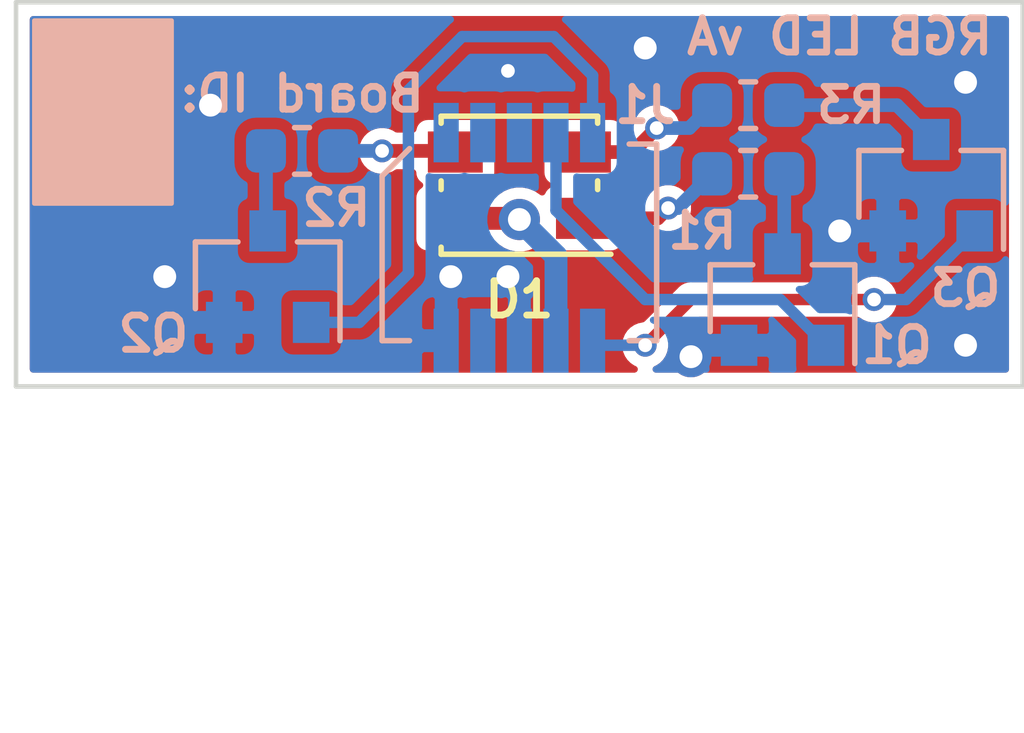
<source format=kicad_pcb>
(kicad_pcb (version 20171130) (host pcbnew "(5.1.7)-1")

  (general
    (thickness 1.6)
    (drawings 4)
    (tracks 54)
    (zones 0)
    (modules 10)
    (nets 12)
  )

  (page A4)
  (title_block
    (title "RGB LED")
    (date 2021-04-10)
    (rev vA)
    (comment 1 "Matthew Jackson")
  )

  (layers
    (0 F.Cu signal)
    (31 B.Cu signal)
    (34 B.Paste user)
    (35 F.Paste user)
    (36 B.SilkS user)
    (37 F.SilkS user)
    (38 B.Mask user)
    (39 F.Mask user)
    (44 Edge.Cuts user)
    (45 Margin user)
    (46 B.CrtYd user hide)
    (47 F.CrtYd user hide)
    (48 B.Fab user hide)
    (49 F.Fab user hide)
  )

  (setup
    (last_trace_width 0.25)
    (user_trace_width 0.3)
    (user_trace_width 0.5)
    (trace_clearance 0.2)
    (zone_clearance 0.508)
    (zone_45_only no)
    (trace_min 0.2)
    (via_size 0.8)
    (via_drill 0.4)
    (via_min_size 0.4)
    (via_min_drill 0.3)
    (user_via 0.5 0.3)
    (user_via 0.9 0.5)
    (uvia_size 0.3)
    (uvia_drill 0.1)
    (uvias_allowed no)
    (uvia_min_size 0.2)
    (uvia_min_drill 0.1)
    (edge_width 0.1)
    (segment_width 0.2)
    (pcb_text_width 0.3)
    (pcb_text_size 1.5 1.5)
    (mod_edge_width 0.15)
    (mod_text_size 1 1)
    (mod_text_width 0.15)
    (pad_size 1.524 1.524)
    (pad_drill 0.762)
    (pad_to_mask_clearance 0)
    (aux_axis_origin 0 0)
    (visible_elements 7FFFFFFF)
    (pcbplotparams
      (layerselection 0x010fc_ffffffff)
      (usegerberextensions true)
      (usegerberattributes true)
      (usegerberadvancedattributes true)
      (creategerberjobfile true)
      (excludeedgelayer true)
      (linewidth 0.100000)
      (plotframeref true)
      (viasonmask false)
      (mode 1)
      (useauxorigin false)
      (hpglpennumber 1)
      (hpglpenspeed 20)
      (hpglpendiameter 15.000000)
      (psnegative false)
      (psa4output false)
      (plotreference true)
      (plotvalue true)
      (plotinvisibletext false)
      (padsonsilk false)
      (subtractmaskfromsilk true)
      (outputformat 4)
      (mirror false)
      (drillshape 2)
      (scaleselection 1)
      (outputdirectory "Outputs/PDF"))
  )

  (net 0 "")
  (net 1 GND)
  (net 2 "Net-(D1-Pad1)")
  (net 3 "Net-(D1-Pad3)")
  (net 4 "Net-(D1-Pad4)")
  (net 5 +3V3)
  (net 6 "/GPIO(CS)")
  (net 7 /ANALOG)
  (net 8 /TIMER)
  (net 9 "Net-(Q1-Pad3)")
  (net 10 "Net-(Q2-Pad3)")
  (net 11 "Net-(Q3-Pad3)")

  (net_class Default "This is the default net class."
    (clearance 0.2)
    (trace_width 0.25)
    (via_dia 0.8)
    (via_drill 0.4)
    (uvia_dia 0.3)
    (uvia_drill 0.1)
    (add_net +3V3)
    (add_net /ANALOG)
    (add_net "/GPIO(CS)")
    (add_net /TIMER)
    (add_net GND)
    (add_net "Net-(D1-Pad1)")
    (add_net "Net-(D1-Pad3)")
    (add_net "Net-(D1-Pad4)")
    (add_net "Net-(Q1-Pad3)")
    (add_net "Net-(Q2-Pad3)")
    (add_net "Net-(Q3-Pad3)")
  )

  (module USER_Resistor_SMD:R_0603_1608Metric (layer B.Cu) (tedit 5B301BBD) (tstamp 60708496)
    (at 155 97.25)
    (descr "Resistor SMD 0603 (1608 Metric), square (rectangular) end terminal, IPC_7351 nominal, (Body size source: http://www.tortai-tech.com/upload/download/2011102023233369053.pdf), generated with kicad-footprint-generator")
    (tags resistor)
    (path /606FFEF7)
    (attr smd)
    (fp_text reference R3 (at 2.25 0) (layer B.SilkS)
      (effects (font (size 0.75 0.75) (thickness 0.15)) (justify mirror))
    )
    (fp_text value 22R (at 0 -1.43) (layer B.Fab)
      (effects (font (size 0.75 0.75) (thickness 0.15)) (justify mirror))
    )
    (fp_line (start 1.48 -0.73) (end -1.48 -0.73) (layer B.CrtYd) (width 0.05))
    (fp_line (start 1.48 0.73) (end 1.48 -0.73) (layer B.CrtYd) (width 0.05))
    (fp_line (start -1.48 0.73) (end 1.48 0.73) (layer B.CrtYd) (width 0.05))
    (fp_line (start -1.48 -0.73) (end -1.48 0.73) (layer B.CrtYd) (width 0.05))
    (fp_line (start -0.162779 -0.51) (end 0.162779 -0.51) (layer B.SilkS) (width 0.12))
    (fp_line (start -0.162779 0.51) (end 0.162779 0.51) (layer B.SilkS) (width 0.12))
    (fp_line (start 0.8 -0.4) (end -0.8 -0.4) (layer B.Fab) (width 0.1))
    (fp_line (start 0.8 0.4) (end 0.8 -0.4) (layer B.Fab) (width 0.1))
    (fp_line (start -0.8 0.4) (end 0.8 0.4) (layer B.Fab) (width 0.1))
    (fp_line (start -0.8 -0.4) (end -0.8 0.4) (layer B.Fab) (width 0.1))
    (fp_text user %R (at 0 0) (layer B.Fab)
      (effects (font (size 0.75 0.75) (thickness 0.15)) (justify mirror))
    )
    (pad 2 smd roundrect (at 0.7875 0) (size 0.875 0.95) (layers B.Cu B.Paste B.Mask) (roundrect_rratio 0.25)
      (net 11 "Net-(Q3-Pad3)"))
    (pad 1 smd roundrect (at -0.7875 0) (size 0.875 0.95) (layers B.Cu B.Paste B.Mask) (roundrect_rratio 0.25)
      (net 4 "Net-(D1-Pad4)"))
    (model ${KISYS3DMOD}/Resistor_SMD.3dshapes/R_0603_1608Metric.wrl
      (at (xyz 0 0 0))
      (scale (xyz 1 1 1))
      (rotate (xyz 0 0 0))
    )
  )

  (module USER_Resistor_SMD:R_0603_1608Metric (layer B.Cu) (tedit 5B301BBD) (tstamp 60708485)
    (at 145.25 98.25 180)
    (descr "Resistor SMD 0603 (1608 Metric), square (rectangular) end terminal, IPC_7351 nominal, (Body size source: http://www.tortai-tech.com/upload/download/2011102023233369053.pdf), generated with kicad-footprint-generator")
    (tags resistor)
    (path /606FDB2E)
    (attr smd)
    (fp_text reference R2 (at -0.75 -1.25) (layer B.SilkS)
      (effects (font (size 0.75 0.75) (thickness 0.15)) (justify mirror))
    )
    (fp_text value 22R (at 0 -1.43) (layer B.Fab)
      (effects (font (size 0.75 0.75) (thickness 0.15)) (justify mirror))
    )
    (fp_line (start 1.48 -0.73) (end -1.48 -0.73) (layer B.CrtYd) (width 0.05))
    (fp_line (start 1.48 0.73) (end 1.48 -0.73) (layer B.CrtYd) (width 0.05))
    (fp_line (start -1.48 0.73) (end 1.48 0.73) (layer B.CrtYd) (width 0.05))
    (fp_line (start -1.48 -0.73) (end -1.48 0.73) (layer B.CrtYd) (width 0.05))
    (fp_line (start -0.162779 -0.51) (end 0.162779 -0.51) (layer B.SilkS) (width 0.12))
    (fp_line (start -0.162779 0.51) (end 0.162779 0.51) (layer B.SilkS) (width 0.12))
    (fp_line (start 0.8 -0.4) (end -0.8 -0.4) (layer B.Fab) (width 0.1))
    (fp_line (start 0.8 0.4) (end 0.8 -0.4) (layer B.Fab) (width 0.1))
    (fp_line (start -0.8 0.4) (end 0.8 0.4) (layer B.Fab) (width 0.1))
    (fp_line (start -0.8 -0.4) (end -0.8 0.4) (layer B.Fab) (width 0.1))
    (fp_text user %R (at 0 0) (layer B.Fab)
      (effects (font (size 0.75 0.75) (thickness 0.15)) (justify mirror))
    )
    (pad 2 smd roundrect (at 0.7875 0 180) (size 0.875 0.95) (layers B.Cu B.Paste B.Mask) (roundrect_rratio 0.25)
      (net 10 "Net-(Q2-Pad3)"))
    (pad 1 smd roundrect (at -0.7875 0 180) (size 0.875 0.95) (layers B.Cu B.Paste B.Mask) (roundrect_rratio 0.25)
      (net 3 "Net-(D1-Pad3)"))
    (model ${KISYS3DMOD}/Resistor_SMD.3dshapes/R_0603_1608Metric.wrl
      (at (xyz 0 0 0))
      (scale (xyz 1 1 1))
      (rotate (xyz 0 0 0))
    )
  )

  (module USER_Resistor_SMD:R_0603_1608Metric (layer B.Cu) (tedit 5B301BBD) (tstamp 60708474)
    (at 155 98.75)
    (descr "Resistor SMD 0603 (1608 Metric), square (rectangular) end terminal, IPC_7351 nominal, (Body size source: http://www.tortai-tech.com/upload/download/2011102023233369053.pdf), generated with kicad-footprint-generator")
    (tags resistor)
    (path /6070075B)
    (attr smd)
    (fp_text reference R1 (at -1 1.25 180) (layer B.SilkS)
      (effects (font (size 0.75 0.75) (thickness 0.15)) (justify mirror))
    )
    (fp_text value 47R (at 0 -1.43) (layer B.Fab)
      (effects (font (size 0.75 0.75) (thickness 0.15)) (justify mirror))
    )
    (fp_line (start 1.48 -0.73) (end -1.48 -0.73) (layer B.CrtYd) (width 0.05))
    (fp_line (start 1.48 0.73) (end 1.48 -0.73) (layer B.CrtYd) (width 0.05))
    (fp_line (start -1.48 0.73) (end 1.48 0.73) (layer B.CrtYd) (width 0.05))
    (fp_line (start -1.48 -0.73) (end -1.48 0.73) (layer B.CrtYd) (width 0.05))
    (fp_line (start -0.162779 -0.51) (end 0.162779 -0.51) (layer B.SilkS) (width 0.12))
    (fp_line (start -0.162779 0.51) (end 0.162779 0.51) (layer B.SilkS) (width 0.12))
    (fp_line (start 0.8 -0.4) (end -0.8 -0.4) (layer B.Fab) (width 0.1))
    (fp_line (start 0.8 0.4) (end 0.8 -0.4) (layer B.Fab) (width 0.1))
    (fp_line (start -0.8 0.4) (end 0.8 0.4) (layer B.Fab) (width 0.1))
    (fp_line (start -0.8 -0.4) (end -0.8 0.4) (layer B.Fab) (width 0.1))
    (fp_text user %R (at 0 0) (layer B.Fab)
      (effects (font (size 0.75 0.75) (thickness 0.15)) (justify mirror))
    )
    (pad 2 smd roundrect (at 0.7875 0) (size 0.875 0.95) (layers B.Cu B.Paste B.Mask) (roundrect_rratio 0.25)
      (net 9 "Net-(Q1-Pad3)"))
    (pad 1 smd roundrect (at -0.7875 0) (size 0.875 0.95) (layers B.Cu B.Paste B.Mask) (roundrect_rratio 0.25)
      (net 2 "Net-(D1-Pad1)"))
    (model ${KISYS3DMOD}/Resistor_SMD.3dshapes/R_0603_1608Metric.wrl
      (at (xyz 0 0 0))
      (scale (xyz 1 1 1))
      (rotate (xyz 0 0 0))
    )
  )

  (module USER_Package_TO_SOT_SMD:SOT-23 (layer B.Cu) (tedit 5A02FF57) (tstamp 60708463)
    (at 159 99 90)
    (descr "SOT-23, Standard")
    (tags SOT-23)
    (path /606F80B6)
    (attr smd)
    (fp_text reference Q3 (at -2.25 0.75 180) (layer B.SilkS)
      (effects (font (size 0.75 0.75) (thickness 0.15)) (justify mirror))
    )
    (fp_text value 2N7002 (at 0 -2.5 90) (layer B.Fab)
      (effects (font (size 0.75 0.75) (thickness 0.15)) (justify mirror))
    )
    (fp_line (start 0.76 -1.58) (end -0.7 -1.58) (layer B.SilkS) (width 0.12))
    (fp_line (start 0.76 1.58) (end -1.4 1.58) (layer B.SilkS) (width 0.12))
    (fp_line (start -1.7 -1.75) (end -1.7 1.75) (layer B.CrtYd) (width 0.05))
    (fp_line (start 1.7 -1.75) (end -1.7 -1.75) (layer B.CrtYd) (width 0.05))
    (fp_line (start 1.7 1.75) (end 1.7 -1.75) (layer B.CrtYd) (width 0.05))
    (fp_line (start -1.7 1.75) (end 1.7 1.75) (layer B.CrtYd) (width 0.05))
    (fp_line (start 0.76 1.58) (end 0.76 0.65) (layer B.SilkS) (width 0.12))
    (fp_line (start 0.76 -1.58) (end 0.76 -0.65) (layer B.SilkS) (width 0.12))
    (fp_line (start -0.7 -1.52) (end 0.7 -1.52) (layer B.Fab) (width 0.1))
    (fp_line (start 0.7 1.52) (end 0.7 -1.52) (layer B.Fab) (width 0.1))
    (fp_line (start -0.7 0.95) (end -0.15 1.52) (layer B.Fab) (width 0.1))
    (fp_line (start -0.15 1.52) (end 0.7 1.52) (layer B.Fab) (width 0.1))
    (fp_line (start -0.7 0.95) (end -0.7 -1.5) (layer B.Fab) (width 0.1))
    (fp_text user %R (at 0 0 180) (layer B.Fab)
      (effects (font (size 0.75 0.75) (thickness 0.15)) (justify mirror))
    )
    (pad 3 smd rect (at 1 0 90) (size 0.9 0.8) (layers B.Cu B.Paste B.Mask)
      (net 11 "Net-(Q3-Pad3)"))
    (pad 2 smd rect (at -1 -0.95 90) (size 0.9 0.8) (layers B.Cu B.Paste B.Mask)
      (net 1 GND))
    (pad 1 smd rect (at -1 0.95 90) (size 0.9 0.8) (layers B.Cu B.Paste B.Mask)
      (net 7 /ANALOG))
    (model ${KISYS3DMOD}/Package_TO_SOT_SMD.3dshapes/SOT-23.wrl
      (at (xyz 0 0 0))
      (scale (xyz 1 1 1))
      (rotate (xyz 0 0 0))
    )
  )

  (module USER_Package_TO_SOT_SMD:SOT-23 (layer B.Cu) (tedit 5A02FF57) (tstamp 6070844E)
    (at 144.5 101 90)
    (descr "SOT-23, Standard")
    (tags SOT-23)
    (path /606F6D38)
    (attr smd)
    (fp_text reference Q2 (at -1.25 -2.5 180) (layer B.SilkS)
      (effects (font (size 0.75 0.75) (thickness 0.15)) (justify mirror))
    )
    (fp_text value 2N7002 (at 0 -2.5 90) (layer B.Fab)
      (effects (font (size 0.75 0.75) (thickness 0.15)) (justify mirror))
    )
    (fp_line (start 0.76 -1.58) (end -0.7 -1.58) (layer B.SilkS) (width 0.12))
    (fp_line (start 0.76 1.58) (end -1.4 1.58) (layer B.SilkS) (width 0.12))
    (fp_line (start -1.7 -1.75) (end -1.7 1.75) (layer B.CrtYd) (width 0.05))
    (fp_line (start 1.7 -1.75) (end -1.7 -1.75) (layer B.CrtYd) (width 0.05))
    (fp_line (start 1.7 1.75) (end 1.7 -1.75) (layer B.CrtYd) (width 0.05))
    (fp_line (start -1.7 1.75) (end 1.7 1.75) (layer B.CrtYd) (width 0.05))
    (fp_line (start 0.76 1.58) (end 0.76 0.65) (layer B.SilkS) (width 0.12))
    (fp_line (start 0.76 -1.58) (end 0.76 -0.65) (layer B.SilkS) (width 0.12))
    (fp_line (start -0.7 -1.52) (end 0.7 -1.52) (layer B.Fab) (width 0.1))
    (fp_line (start 0.7 1.52) (end 0.7 -1.52) (layer B.Fab) (width 0.1))
    (fp_line (start -0.7 0.95) (end -0.15 1.52) (layer B.Fab) (width 0.1))
    (fp_line (start -0.15 1.52) (end 0.7 1.52) (layer B.Fab) (width 0.1))
    (fp_line (start -0.7 0.95) (end -0.7 -1.5) (layer B.Fab) (width 0.1))
    (fp_text user %R (at 0 0 180) (layer B.Fab)
      (effects (font (size 0.75 0.75) (thickness 0.15)) (justify mirror))
    )
    (pad 3 smd rect (at 1 0 90) (size 0.9 0.8) (layers B.Cu B.Paste B.Mask)
      (net 10 "Net-(Q2-Pad3)"))
    (pad 2 smd rect (at -1 -0.95 90) (size 0.9 0.8) (layers B.Cu B.Paste B.Mask)
      (net 1 GND))
    (pad 1 smd rect (at -1 0.95 90) (size 0.9 0.8) (layers B.Cu B.Paste B.Mask)
      (net 8 /TIMER))
    (model ${KISYS3DMOD}/Package_TO_SOT_SMD.3dshapes/SOT-23.wrl
      (at (xyz 0 0 0))
      (scale (xyz 1 1 1))
      (rotate (xyz 0 0 0))
    )
  )

  (module USER_Package_TO_SOT_SMD:SOT-23 (layer B.Cu) (tedit 5A02FF57) (tstamp 60708439)
    (at 155.75 101.5 90)
    (descr "SOT-23, Standard")
    (tags SOT-23)
    (path /606F56FC)
    (attr smd)
    (fp_text reference Q1 (at -1 2.5 180) (layer B.SilkS)
      (effects (font (size 0.75 0.75) (thickness 0.15)) (justify mirror))
    )
    (fp_text value 2N7002 (at 0 -2.5 90) (layer B.Fab)
      (effects (font (size 0.75 0.75) (thickness 0.15)) (justify mirror))
    )
    (fp_line (start 0.76 -1.58) (end -0.7 -1.58) (layer B.SilkS) (width 0.12))
    (fp_line (start 0.76 1.58) (end -1.4 1.58) (layer B.SilkS) (width 0.12))
    (fp_line (start -1.7 -1.75) (end -1.7 1.75) (layer B.CrtYd) (width 0.05))
    (fp_line (start 1.7 -1.75) (end -1.7 -1.75) (layer B.CrtYd) (width 0.05))
    (fp_line (start 1.7 1.75) (end 1.7 -1.75) (layer B.CrtYd) (width 0.05))
    (fp_line (start -1.7 1.75) (end 1.7 1.75) (layer B.CrtYd) (width 0.05))
    (fp_line (start 0.76 1.58) (end 0.76 0.65) (layer B.SilkS) (width 0.12))
    (fp_line (start 0.76 -1.58) (end 0.76 -0.65) (layer B.SilkS) (width 0.12))
    (fp_line (start -0.7 -1.52) (end 0.7 -1.52) (layer B.Fab) (width 0.1))
    (fp_line (start 0.7 1.52) (end 0.7 -1.52) (layer B.Fab) (width 0.1))
    (fp_line (start -0.7 0.95) (end -0.15 1.52) (layer B.Fab) (width 0.1))
    (fp_line (start -0.15 1.52) (end 0.7 1.52) (layer B.Fab) (width 0.1))
    (fp_line (start -0.7 0.95) (end -0.7 -1.5) (layer B.Fab) (width 0.1))
    (fp_text user %R (at 0 0 180) (layer B.Fab)
      (effects (font (size 0.75 0.75) (thickness 0.15)) (justify mirror))
    )
    (pad 3 smd rect (at 1 0 90) (size 0.9 0.8) (layers B.Cu B.Paste B.Mask)
      (net 9 "Net-(Q1-Pad3)"))
    (pad 2 smd rect (at -1 -0.95 90) (size 0.9 0.8) (layers B.Cu B.Paste B.Mask)
      (net 1 GND))
    (pad 1 smd rect (at -1 0.95 90) (size 0.9 0.8) (layers B.Cu B.Paste B.Mask)
      (net 6 "/GPIO(CS)"))
    (model ${KISYS3DMOD}/Package_TO_SOT_SMD.3dshapes/SOT-23.wrl
      (at (xyz 0 0 0))
      (scale (xyz 1 1 1))
      (rotate (xyz 0 0 0))
    )
  )

  (module USER_Connector_Molex:Molex_SlimStack_533091070_2x05_P0.8mm_Right-Angle_Female (layer B.Cu) (tedit 60706B8C) (tstamp 60708424)
    (at 150 100)
    (path /606E67B1)
    (fp_text reference J1 (at 2.75 -2.75) (layer B.SilkS)
      (effects (font (size 0.75 0.75) (thickness 0.15)) (justify mirror))
    )
    (fp_text value Conn_01x10 (at 0 0) (layer B.Fab)
      (effects (font (size 0.75 0.75) (thickness 0.15)) (justify mirror))
    )
    (fp_line (start -3 -1.2) (end -3 2.4) (layer B.SilkS) (width 0.12))
    (fp_line (start -2.4 2.4) (end -3 2.4) (layer B.SilkS) (width 0.12))
    (fp_line (start 3 2.4) (end 3 -1.9) (layer B.SilkS) (width 0.12))
    (fp_line (start -2.4 -1.8) (end -3 -1.2) (layer B.SilkS) (width 0.12))
    (fp_line (start 2.4 2.4) (end 3 2.4) (layer B.SilkS) (width 0.12))
    (fp_line (start 2.4 -1.9) (end 3 -1.9) (layer B.SilkS) (width 0.12))
    (fp_line (start 3 3.6) (end -3 3.6) (layer B.Fab) (width 0.12))
    (fp_text user "PCB EDGE" (at 0 4.3) (layer B.Fab)
      (effects (font (size 0.75 0.75) (thickness 0.15)) (justify mirror))
    )
    (pad 5 smd rect (at 0 -2.15 180) (size 0.55 1.3) (layers B.Cu B.Paste B.Mask))
    (pad 3 smd rect (at -0.8 -2.15 180) (size 0.55 1.3) (layers B.Cu B.Paste B.Mask))
    (pad 1 smd rect (at -1.6 -2.15 180) (size 0.55 1.3) (layers B.Cu B.Paste B.Mask))
    (pad 8 smd rect (at 0.8 2.4 180) (size 0.55 1.4) (layers B.Cu B.Paste B.Mask)
      (net 5 +3V3))
    (pad 7 smd rect (at 0.8 -2.15 180) (size 0.55 1.3) (layers B.Cu B.Paste B.Mask)
      (net 6 "/GPIO(CS)"))
    (pad 6 smd rect (at 0 2.4 180) (size 0.55 1.4) (layers B.Cu B.Paste B.Mask)
      (net 1 GND))
    (pad 10 smd rect (at 1.6 2.4 180) (size 0.55 1.4) (layers B.Cu B.Paste B.Mask)
      (net 7 /ANALOG))
    (pad 9 smd rect (at 1.6 -2.15 180) (size 0.55 1.3) (layers B.Cu B.Paste B.Mask)
      (net 8 /TIMER))
    (pad 4 smd rect (at -0.8 2.4 180) (size 0.55 1.4) (layers B.Cu B.Paste B.Mask))
    (pad 2 smd rect (at -1.6 2.4 180) (size 0.55 1.4) (layers B.Cu B.Paste B.Mask)
      (net 1 GND))
    (model "${KICAD_USER_3DMOD_DIR}/Molex 533091070.step"
      (offset (xyz 0 0.25 2.3))
      (scale (xyz 1 1 1))
      (rotate (xyz 90 180 0))
    )
  )

  (module USER_LED_SMD:LED_Kingbright_AAA3528ESGCT (layer F.Cu) (tedit 5B43C79E) (tstamp 6070840E)
    (at 150 99 180)
    (descr "Kingbright, dual LED, 3.5 x 2.8 mm Surface Mount LED Lamp (http://www.kingbrightusa.com/images/catalog/SPEC/AAA3528ESGCT.pdf)")
    (tags "dual led smd")
    (path /606F3E15)
    (attr smd)
    (fp_text reference D1 (at 0 -2.5) (layer F.SilkS)
      (effects (font (size 0.75 0.75) (thickness 0.15)))
    )
    (fp_text value RGB_LED (at 0 2.5) (layer F.Fab)
      (effects (font (size 0.75 0.75) (thickness 0.15)))
    )
    (fp_line (start 1.71 -1.355) (end 1.71 -1.51) (layer F.SilkS) (width 0.12))
    (fp_line (start 1.71 -0.095) (end 1.71 0.095) (layer F.SilkS) (width 0.12))
    (fp_line (start -1.71 1.355) (end -1.71 1.51) (layer F.SilkS) (width 0.12))
    (fp_line (start -0.9 -1.4) (end -1.6 -0.7) (layer F.Fab) (width 0.1))
    (fp_line (start 2.25 -1.65) (end 2.25 1.65) (layer F.CrtYd) (width 0.05))
    (fp_line (start -2.25 -1.65) (end -2.25 1.65) (layer F.CrtYd) (width 0.05))
    (fp_line (start -2.25 1.65) (end 2.25 1.65) (layer F.CrtYd) (width 0.05))
    (fp_line (start -2.25 -1.65) (end 2.25 -1.65) (layer F.CrtYd) (width 0.05))
    (fp_line (start -1.71 -0.095) (end -1.71 0.095) (layer F.SilkS) (width 0.12))
    (fp_line (start 1.71 1.355) (end 1.71 1.51) (layer F.SilkS) (width 0.12))
    (fp_line (start -1.71 1.51) (end 1.71 1.51) (layer F.SilkS) (width 0.12))
    (fp_line (start -2 -1.51) (end 1.71 -1.51) (layer F.SilkS) (width 0.12))
    (fp_line (start -0.9 -1.4) (end 1.6 -1.4) (layer F.Fab) (width 0.1))
    (fp_line (start 1.6 -1.4) (end 1.6 1.4) (layer F.Fab) (width 0.1))
    (fp_line (start 1.6 1.4) (end -1.6 1.4) (layer F.Fab) (width 0.1))
    (fp_line (start -1.6 1.4) (end -1.6 -0.7) (layer F.Fab) (width 0.1))
    (fp_text user %R (at 0 0) (layer F.Fab)
      (effects (font (size 0.75 0.75) (thickness 0.15)))
    )
    (pad 1 smd rect (at -1.4 -0.725 180) (size 1.2 0.9) (layers F.Cu F.Paste F.Mask)
      (net 2 "Net-(D1-Pad1)"))
    (pad 3 smd rect (at 1.4 0.725 180) (size 1.2 0.9) (layers F.Cu F.Paste F.Mask)
      (net 3 "Net-(D1-Pad3)"))
    (pad 4 smd rect (at -1.4 0.725 180) (size 1.2 0.9) (layers F.Cu F.Paste F.Mask)
      (net 4 "Net-(D1-Pad4)"))
    (pad 2 smd rect (at 1.4 -0.725 180) (size 1.2 0.9) (layers F.Cu F.Paste F.Mask)
      (net 5 +3V3))
    (model ${KISYS3DMOD}/LED_SMD.3dshapes/LED_Kingbright_AAA3528ESGCT.wrl
      (at (xyz 0 0 0))
      (scale (xyz 1 1 1))
      (rotate (xyz 0 0 0))
    )
  )

  (module USER_PCB_Texts:Board_Number (layer B.Cu) (tedit 605B5AFC) (tstamp 606C96ED)
    (at 138.9 97.4)
    (path /606D76A9)
    (fp_text reference T2 (at 2.5 0) (layer F.Fab)
      (effects (font (size 0.75 0.75) (thickness 0.15)))
    )
    (fp_text value "Board ID" (at 0 3) (layer B.Fab)
      (effects (font (size 0.75 0.75) (thickness 0.15)) (justify mirror))
    )
    (fp_poly (pts (xy 3.5 -2) (xy 0.5 -2) (xy 0.5 2) (xy 3.5 2)) (layer B.SilkS) (width 0.1))
    (fp_text user "Board ID:" (at 9.1 -0.4) (layer B.SilkS)
      (effects (font (size 0.75 0.75) (thickness 0.15)) (justify left mirror))
    )
  )

  (module USER_PCB_Texts:PCB_Title_&_Version (layer F.Cu) (tedit 605B5C4B) (tstamp 606C96E7)
    (at 147.594999 110.734999)
    (path /606D74F9)
    (fp_text reference T1 (at 2.805001 -11.034999) (layer F.Fab)
      (effects (font (size 0.75 0.75) (thickness 0.15)))
    )
    (fp_text value "RGB LED vA" (at 9.405001 -14.984999) (layer B.SilkS)
      (effects (font (size 0.75 0.75) (thickness 0.15)) (justify mirror))
    )
  )

  (gr_line (start 139 95) (end 139 103.4) (layer Edge.Cuts) (width 0.1) (tstamp 607087F6))
  (gr_line (start 161 95) (end 139 95) (layer Edge.Cuts) (width 0.1))
  (gr_line (start 161 103.4) (end 161 95) (layer Edge.Cuts) (width 0.1))
  (gr_line (start 139 103.4) (end 161 103.4) (layer Edge.Cuts) (width 0.1))

  (via (at 148.5 101) (size 0.9) (drill 0.5) (layers F.Cu B.Cu) (net 1))
  (via (at 149.75 101) (size 0.9) (drill 0.5) (layers F.Cu B.Cu) (net 1))
  (via (at 142.25 101) (size 0.9) (drill 0.5) (layers F.Cu B.Cu) (net 1))
  (via (at 153.75 102.75) (size 0.9) (drill 0.5) (layers F.Cu B.Cu) (net 1))
  (via (at 157 100) (size 0.9) (drill 0.5) (layers F.Cu B.Cu) (net 1))
  (via (at 143.25 97.25) (size 0.9) (drill 0.5) (layers F.Cu B.Cu) (net 1))
  (via (at 152.75 96) (size 0.9) (drill 0.5) (layers F.Cu B.Cu) (net 1))
  (via (at 159.75 96.75) (size 0.9) (drill 0.5) (layers F.Cu B.Cu) (net 1))
  (via (at 159.75 102.5) (size 0.9) (drill 0.5) (layers F.Cu B.Cu) (net 1))
  (via (at 149.75 96.5) (size 0.5) (drill 0.3) (layers F.Cu B.Cu) (net 1))
  (via (at 153.25 99.5) (size 0.5) (drill 0.3) (layers F.Cu B.Cu) (net 2))
  (segment (start 151.4 99.725) (end 153.025 99.725) (width 0.3) (layer F.Cu) (net 2))
  (segment (start 153.025 99.725) (end 153.25 99.5) (width 0.3) (layer F.Cu) (net 2))
  (segment (start 153.4625 99.5) (end 154.2125 98.75) (width 0.3) (layer B.Cu) (net 2))
  (segment (start 153.25 99.5) (end 153.4625 99.5) (width 0.3) (layer B.Cu) (net 2))
  (via (at 147 98.25) (size 0.5) (drill 0.3) (layers F.Cu B.Cu) (net 3))
  (segment (start 146.0375 98.25) (end 147 98.25) (width 0.3) (layer B.Cu) (net 3))
  (segment (start 148.575 98.25) (end 148.6 98.275) (width 0.3) (layer F.Cu) (net 3))
  (segment (start 147 98.25) (end 148.575 98.25) (width 0.3) (layer F.Cu) (net 3))
  (segment (start 151.4 98.275) (end 152.475 98.275) (width 0.3) (layer F.Cu) (net 4))
  (via (at 153 97.75) (size 0.5) (drill 0.3) (layers F.Cu B.Cu) (net 4))
  (segment (start 152.475 98.275) (end 153 97.75) (width 0.3) (layer F.Cu) (net 4))
  (segment (start 153.7125 97.75) (end 154.2125 97.25) (width 0.3) (layer B.Cu) (net 4))
  (segment (start 153 97.75) (end 153.7125 97.75) (width 0.3) (layer B.Cu) (net 4))
  (segment (start 150.8 102.4) (end 150.8 100.55) (width 0.5) (layer B.Cu) (net 5))
  (segment (start 149.975 99.725) (end 150 99.75) (width 0.5) (layer F.Cu) (net 5))
  (via (at 150 99.75) (size 0.9) (drill 0.5) (layers F.Cu B.Cu) (net 5))
  (segment (start 150.8 100.55) (end 150 99.75) (width 0.5) (layer B.Cu) (net 5))
  (segment (start 148.6 99.725) (end 149.975 99.725) (width 0.5) (layer F.Cu) (net 5))
  (segment (start 150.8 97.85) (end 150.8 99.55) (width 0.25) (layer B.Cu) (net 6))
  (segment (start 150.8 99.55) (end 152.75 101.5) (width 0.25) (layer B.Cu) (net 6))
  (segment (start 155.7 101.5) (end 156.7 102.5) (width 0.25) (layer B.Cu) (net 6))
  (segment (start 152.75 101.5) (end 155.7 101.5) (width 0.25) (layer B.Cu) (net 6))
  (via (at 157.75 101.5) (size 0.5) (drill 0.3) (layers F.Cu B.Cu) (net 7))
  (segment (start 159.95 100) (end 158.45 101.5) (width 0.25) (layer B.Cu) (net 7))
  (segment (start 158.45 101.5) (end 157.75 101.5) (width 0.25) (layer B.Cu) (net 7))
  (via (at 152.75 102.5) (size 0.5) (drill 0.3) (layers F.Cu B.Cu) (net 7))
  (segment (start 157.75 101.5) (end 153.75 101.5) (width 0.25) (layer F.Cu) (net 7))
  (segment (start 153.75 101.5) (end 152.75 102.5) (width 0.25) (layer F.Cu) (net 7))
  (segment (start 151.7 102.5) (end 151.6 102.4) (width 0.25) (layer B.Cu) (net 7))
  (segment (start 152.75 102.5) (end 151.7 102.5) (width 0.25) (layer B.Cu) (net 7))
  (segment (start 146.5 102) (end 145.45 102) (width 0.25) (layer B.Cu) (net 8))
  (segment (start 151.6 96.6) (end 150.75 95.75) (width 0.25) (layer B.Cu) (net 8))
  (segment (start 150.75 95.75) (end 148.75 95.75) (width 0.25) (layer B.Cu) (net 8))
  (segment (start 147.575001 100.924999) (end 146.5 102) (width 0.25) (layer B.Cu) (net 8))
  (segment (start 151.6 97.85) (end 151.6 96.6) (width 0.25) (layer B.Cu) (net 8))
  (segment (start 148.75 95.75) (end 147.575001 96.924999) (width 0.25) (layer B.Cu) (net 8))
  (segment (start 147.575001 96.924999) (end 147.575001 100.924999) (width 0.25) (layer B.Cu) (net 8))
  (segment (start 155.7875 100.4625) (end 155.75 100.5) (width 0.3) (layer B.Cu) (net 9))
  (segment (start 155.7875 98.75) (end 155.7875 100.4625) (width 0.3) (layer B.Cu) (net 9))
  (segment (start 144.4625 99.9625) (end 144.5 100) (width 0.3) (layer B.Cu) (net 10))
  (segment (start 144.4625 98.25) (end 144.4625 99.9625) (width 0.3) (layer B.Cu) (net 10))
  (segment (start 158.25 97.25) (end 159 98) (width 0.3) (layer B.Cu) (net 11))
  (segment (start 155.7875 97.25) (end 158.25 97.25) (width 0.3) (layer B.Cu) (net 11))

  (zone (net 1) (net_name GND) (layer B.Cu) (tstamp 6071BF74) (hatch edge 0.508)
    (connect_pads (clearance 0.25))
    (min_thickness 0.15)
    (fill yes (arc_segments 32) (thermal_gap 0.25) (thermal_bridge_width 0.5))
    (polygon
      (pts
        (xy 161 103.5) (xy 139 103.5) (xy 139 95) (xy 161 95)
      )
    )
    (filled_polygon
      (pts
        (xy 160.625 103.025) (xy 157.416873 103.025) (xy 157.420297 103.013711) (xy 157.426572 102.95) (xy 157.426572 102.05)
        (xy 157.420297 101.986289) (xy 157.414574 101.967422) (xy 157.477635 102.009558) (xy 157.582279 102.052903) (xy 157.693367 102.075)
        (xy 157.806633 102.075) (xy 157.917721 102.052903) (xy 158.022365 102.009558) (xy 158.1115 101.95) (xy 158.427906 101.95)
        (xy 158.45 101.952176) (xy 158.472094 101.95) (xy 158.472105 101.95) (xy 158.538215 101.943489) (xy 158.623041 101.917757)
        (xy 158.701216 101.875971) (xy 158.769737 101.819737) (xy 158.783829 101.802566) (xy 159.809824 100.776572) (xy 160.35 100.776572)
        (xy 160.413711 100.770297) (xy 160.474974 100.751713) (xy 160.531434 100.721535) (xy 160.580921 100.680921) (xy 160.621535 100.631434)
        (xy 160.625 100.624951)
      )
    )
    (filled_polygon
      (pts
        (xy 154.079702 101.986289) (xy 154.073427 102.05) (xy 154.075 102.24375) (xy 154.15625 102.325) (xy 154.625 102.325)
        (xy 154.625 102.305) (xy 154.975 102.305) (xy 154.975 102.325) (xy 155.44375 102.325) (xy 155.525 102.24375)
        (xy 155.526573 102.05) (xy 155.520298 101.986289) (xy 155.50929 101.95) (xy 155.513605 101.95) (xy 155.973428 102.409824)
        (xy 155.973428 102.95) (xy 155.979703 103.013711) (xy 155.983127 103.025) (xy 155.516874 103.025) (xy 155.520298 103.013711)
        (xy 155.526573 102.95) (xy 155.525 102.75625) (xy 155.44375 102.675) (xy 154.975 102.675) (xy 154.975 102.695)
        (xy 154.625 102.695) (xy 154.625 102.675) (xy 154.15625 102.675) (xy 154.075 102.75625) (xy 154.073427 102.95)
        (xy 154.079702 103.013711) (xy 154.083126 103.025) (xy 152.985085 103.025) (xy 153.022365 103.009558) (xy 153.116541 102.946632)
        (xy 153.196632 102.866541) (xy 153.259558 102.772365) (xy 153.302903 102.667721) (xy 153.325 102.556633) (xy 153.325 102.443367)
        (xy 153.302903 102.332279) (xy 153.259558 102.227635) (xy 153.196632 102.133459) (xy 153.116541 102.053368) (xy 153.022365 101.990442)
        (xy 152.924729 101.95) (xy 154.09071 101.95)
      )
    )
    (filled_polygon
      (pts
        (xy 148.447432 95.416172) (xy 148.447428 95.416176) (xy 148.430263 95.430263) (xy 148.416176 95.447428) (xy 147.272435 96.59117)
        (xy 147.255264 96.605262) (xy 147.241173 96.622432) (xy 147.19903 96.673783) (xy 147.157245 96.751958) (xy 147.157244 96.751959)
        (xy 147.131512 96.836785) (xy 147.125001 96.902895) (xy 147.125001 96.902905) (xy 147.122825 96.924999) (xy 147.125001 96.947093)
        (xy 147.125001 97.688599) (xy 147.056633 97.675) (xy 146.943367 97.675) (xy 146.832279 97.697097) (xy 146.734657 97.737534)
        (xy 146.709669 97.690785) (xy 146.641851 97.608149) (xy 146.559215 97.540331) (xy 146.464936 97.489938) (xy 146.362637 97.458906)
        (xy 146.25625 97.448428) (xy 145.81875 97.448428) (xy 145.712363 97.458906) (xy 145.610064 97.489938) (xy 145.515785 97.540331)
        (xy 145.433149 97.608149) (xy 145.365331 97.690785) (xy 145.314938 97.785064) (xy 145.283906 97.887363) (xy 145.273428 97.99375)
        (xy 145.273428 98.50625) (xy 145.283906 98.612637) (xy 145.314938 98.714936) (xy 145.365331 98.809215) (xy 145.433149 98.891851)
        (xy 145.515785 98.959669) (xy 145.610064 99.010062) (xy 145.712363 99.041094) (xy 145.81875 99.051572) (xy 146.25625 99.051572)
        (xy 146.362637 99.041094) (xy 146.464936 99.010062) (xy 146.559215 98.959669) (xy 146.641851 98.891851) (xy 146.709669 98.809215)
        (xy 146.734657 98.762466) (xy 146.832279 98.802903) (xy 146.943367 98.825) (xy 147.056633 98.825) (xy 147.125001 98.811401)
        (xy 147.125002 100.738602) (xy 146.313605 101.55) (xy 146.176572 101.55) (xy 146.170297 101.486289) (xy 146.151713 101.425026)
        (xy 146.121535 101.368566) (xy 146.080921 101.319079) (xy 146.031434 101.278465) (xy 145.974974 101.248287) (xy 145.913711 101.229703)
        (xy 145.85 101.223428) (xy 145.05 101.223428) (xy 144.986289 101.229703) (xy 144.925026 101.248287) (xy 144.868566 101.278465)
        (xy 144.819079 101.319079) (xy 144.778465 101.368566) (xy 144.748287 101.425026) (xy 144.729703 101.486289) (xy 144.723428 101.55)
        (xy 144.723428 102.45) (xy 144.729703 102.513711) (xy 144.748287 102.574974) (xy 144.778465 102.631434) (xy 144.819079 102.680921)
        (xy 144.868566 102.721535) (xy 144.925026 102.751713) (xy 144.986289 102.770297) (xy 145.05 102.776572) (xy 145.85 102.776572)
        (xy 145.913711 102.770297) (xy 145.974974 102.751713) (xy 146.031434 102.721535) (xy 146.080921 102.680921) (xy 146.121535 102.631434)
        (xy 146.151713 102.574974) (xy 146.170297 102.513711) (xy 146.176572 102.45) (xy 146.477906 102.45) (xy 146.5 102.452176)
        (xy 146.522094 102.45) (xy 146.522105 102.45) (xy 146.588215 102.443489) (xy 146.673041 102.417757) (xy 146.751216 102.375971)
        (xy 146.819737 102.319737) (xy 146.833829 102.302566) (xy 147.436395 101.7) (xy 147.798427 101.7) (xy 147.8 102.14375)
        (xy 147.88125 102.225) (xy 148.225 102.225) (xy 148.225 101.45625) (xy 148.14375 101.375) (xy 148.125 101.373427)
        (xy 148.061289 101.379702) (xy 148.000026 101.398286) (xy 147.943566 101.428464) (xy 147.894078 101.469078) (xy 147.853464 101.518566)
        (xy 147.823286 101.575026) (xy 147.804702 101.636289) (xy 147.798427 101.7) (xy 147.436395 101.7) (xy 147.877573 101.258823)
        (xy 147.894738 101.244736) (xy 147.908825 101.227571) (xy 147.908829 101.227567) (xy 147.950972 101.176216) (xy 147.992758 101.09804)
        (xy 147.999755 101.074974) (xy 148.01849 101.013214) (xy 148.025001 100.947104) (xy 148.025001 100.947094) (xy 148.027177 100.924999)
        (xy 148.025001 100.902905) (xy 148.025001 98.809289) (xy 148.061289 98.820297) (xy 148.125 98.826572) (xy 148.675 98.826572)
        (xy 148.738711 98.820297) (xy 148.799974 98.801713) (xy 148.8 98.801699) (xy 148.800026 98.801713) (xy 148.861289 98.820297)
        (xy 148.925 98.826572) (xy 149.475 98.826572) (xy 149.538711 98.820297) (xy 149.599974 98.801713) (xy 149.6 98.801699)
        (xy 149.600026 98.801713) (xy 149.661289 98.820297) (xy 149.725 98.826572) (xy 150.275 98.826572) (xy 150.338711 98.820297)
        (xy 150.350001 98.816872) (xy 150.350001 99.056121) (xy 150.226059 99.004783) (xy 150.076331 98.975) (xy 149.923669 98.975)
        (xy 149.773941 99.004783) (xy 149.6329 99.063204) (xy 149.505966 99.148018) (xy 149.398018 99.255966) (xy 149.313204 99.3829)
        (xy 149.254783 99.523941) (xy 149.225 99.673669) (xy 149.225 99.826331) (xy 149.254783 99.976059) (xy 149.313204 100.1171)
        (xy 149.398018 100.244034) (xy 149.505966 100.351982) (xy 149.6329 100.436796) (xy 149.773941 100.495217) (xy 149.923669 100.525)
        (xy 149.961828 100.525) (xy 150.225001 100.788174) (xy 150.225001 101.406249) (xy 150.175 101.45625) (xy 150.175 102.225)
        (xy 150.195 102.225) (xy 150.195 102.575) (xy 150.175 102.575) (xy 150.175 102.595) (xy 149.825 102.595)
        (xy 149.825 102.575) (xy 149.805 102.575) (xy 149.805 102.225) (xy 149.825 102.225) (xy 149.825 101.45625)
        (xy 149.74375 101.375) (xy 149.725 101.373427) (xy 149.661289 101.379702) (xy 149.600026 101.398286) (xy 149.599999 101.3983)
        (xy 149.599974 101.398287) (xy 149.538711 101.379703) (xy 149.475 101.373428) (xy 148.925 101.373428) (xy 148.861289 101.379703)
        (xy 148.800026 101.398287) (xy 148.800001 101.3983) (xy 148.799974 101.398286) (xy 148.738711 101.379702) (xy 148.675 101.373427)
        (xy 148.65625 101.375) (xy 148.575 101.45625) (xy 148.575 102.225) (xy 148.595 102.225) (xy 148.595 102.575)
        (xy 148.575 102.575) (xy 148.575 102.595) (xy 148.225 102.595) (xy 148.225 102.575) (xy 147.88125 102.575)
        (xy 147.8 102.65625) (xy 147.798693 103.025) (xy 139.375 103.025) (xy 139.375 102.45) (xy 142.823427 102.45)
        (xy 142.829702 102.513711) (xy 142.848286 102.574974) (xy 142.878464 102.631434) (xy 142.919078 102.680922) (xy 142.968566 102.721536)
        (xy 143.025026 102.751714) (xy 143.086289 102.770298) (xy 143.15 102.776573) (xy 143.29375 102.775) (xy 143.375 102.69375)
        (xy 143.375 102.175) (xy 143.725 102.175) (xy 143.725 102.69375) (xy 143.80625 102.775) (xy 143.95 102.776573)
        (xy 144.013711 102.770298) (xy 144.074974 102.751714) (xy 144.131434 102.721536) (xy 144.180922 102.680922) (xy 144.221536 102.631434)
        (xy 144.251714 102.574974) (xy 144.270298 102.513711) (xy 144.276573 102.45) (xy 144.275 102.25625) (xy 144.19375 102.175)
        (xy 143.725 102.175) (xy 143.375 102.175) (xy 142.90625 102.175) (xy 142.825 102.25625) (xy 142.823427 102.45)
        (xy 139.375 102.45) (xy 139.375 101.55) (xy 142.823427 101.55) (xy 142.825 101.74375) (xy 142.90625 101.825)
        (xy 143.375 101.825) (xy 143.375 101.30625) (xy 143.725 101.30625) (xy 143.725 101.825) (xy 144.19375 101.825)
        (xy 144.275 101.74375) (xy 144.276573 101.55) (xy 144.270298 101.486289) (xy 144.251714 101.425026) (xy 144.221536 101.368566)
        (xy 144.180922 101.319078) (xy 144.131434 101.278464) (xy 144.074974 101.248286) (xy 144.013711 101.229702) (xy 143.95 101.223427)
        (xy 143.80625 101.225) (xy 143.725 101.30625) (xy 143.375 101.30625) (xy 143.29375 101.225) (xy 143.15 101.223427)
        (xy 143.086289 101.229702) (xy 143.025026 101.248286) (xy 142.968566 101.278464) (xy 142.919078 101.319078) (xy 142.878464 101.368566)
        (xy 142.848286 101.425026) (xy 142.829702 101.486289) (xy 142.823427 101.55) (xy 139.375 101.55) (xy 139.375 97.99375)
        (xy 143.698428 97.99375) (xy 143.698428 98.50625) (xy 143.708906 98.612637) (xy 143.739938 98.714936) (xy 143.790331 98.809215)
        (xy 143.858149 98.891851) (xy 143.940785 98.959669) (xy 143.9875 98.984639) (xy 143.987501 99.244503) (xy 143.975026 99.248287)
        (xy 143.918566 99.278465) (xy 143.869079 99.319079) (xy 143.828465 99.368566) (xy 143.798287 99.425026) (xy 143.779703 99.486289)
        (xy 143.773428 99.55) (xy 143.773428 100.45) (xy 143.779703 100.513711) (xy 143.798287 100.574974) (xy 143.828465 100.631434)
        (xy 143.869079 100.680921) (xy 143.918566 100.721535) (xy 143.975026 100.751713) (xy 144.036289 100.770297) (xy 144.1 100.776572)
        (xy 144.9 100.776572) (xy 144.963711 100.770297) (xy 145.024974 100.751713) (xy 145.081434 100.721535) (xy 145.130921 100.680921)
        (xy 145.171535 100.631434) (xy 145.201713 100.574974) (xy 145.220297 100.513711) (xy 145.226572 100.45) (xy 145.226572 99.55)
        (xy 145.220297 99.486289) (xy 145.201713 99.425026) (xy 145.171535 99.368566) (xy 145.130921 99.319079) (xy 145.081434 99.278465)
        (xy 145.024974 99.248287) (xy 144.963711 99.229703) (xy 144.9375 99.227121) (xy 144.9375 98.984639) (xy 144.984215 98.959669)
        (xy 145.066851 98.891851) (xy 145.134669 98.809215) (xy 145.185062 98.714936) (xy 145.216094 98.612637) (xy 145.226572 98.50625)
        (xy 145.226572 97.99375) (xy 145.216094 97.887363) (xy 145.185062 97.785064) (xy 145.134669 97.690785) (xy 145.066851 97.608149)
        (xy 144.984215 97.540331) (xy 144.889936 97.489938) (xy 144.787637 97.458906) (xy 144.68125 97.448428) (xy 144.24375 97.448428)
        (xy 144.137363 97.458906) (xy 144.035064 97.489938) (xy 143.940785 97.540331) (xy 143.858149 97.608149) (xy 143.790331 97.690785)
        (xy 143.739938 97.785064) (xy 143.708906 97.887363) (xy 143.698428 97.99375) (xy 139.375 97.99375) (xy 139.375 95.375)
        (xy 148.4976 95.375)
      )
    )
    (filled_polygon
      (pts
        (xy 160.625 99.37505) (xy 160.621535 99.368566) (xy 160.580921 99.319079) (xy 160.531434 99.278465) (xy 160.474974 99.248287)
        (xy 160.413711 99.229703) (xy 160.35 99.223428) (xy 159.55 99.223428) (xy 159.486289 99.229703) (xy 159.425026 99.248287)
        (xy 159.368566 99.278465) (xy 159.319079 99.319079) (xy 159.278465 99.368566) (xy 159.248287 99.425026) (xy 159.229703 99.486289)
        (xy 159.223428 99.55) (xy 159.223428 100.090176) (xy 158.757411 100.556194) (xy 158.770298 100.513711) (xy 158.776573 100.45)
        (xy 158.775 100.25625) (xy 158.69375 100.175) (xy 158.225 100.175) (xy 158.225 100.69375) (xy 158.30625 100.775)
        (xy 158.45 100.776573) (xy 158.513711 100.770298) (xy 158.556194 100.757411) (xy 158.263605 101.05) (xy 158.1115 101.05)
        (xy 158.022365 100.990442) (xy 157.917721 100.947097) (xy 157.806633 100.925) (xy 157.693367 100.925) (xy 157.582279 100.947097)
        (xy 157.477635 100.990442) (xy 157.383459 101.053368) (xy 157.303368 101.133459) (xy 157.240442 101.227635) (xy 157.197097 101.332279)
        (xy 157.175 101.443367) (xy 157.175 101.556633) (xy 157.197097 101.667721) (xy 157.232031 101.752059) (xy 157.224974 101.748287)
        (xy 157.163711 101.729703) (xy 157.1 101.723428) (xy 156.559824 101.723428) (xy 156.112967 101.276572) (xy 156.15 101.276572)
        (xy 156.213711 101.270297) (xy 156.274974 101.251713) (xy 156.331434 101.221535) (xy 156.380921 101.180921) (xy 156.421535 101.131434)
        (xy 156.451713 101.074974) (xy 156.470297 101.013711) (xy 156.476572 100.95) (xy 156.476572 100.45) (xy 157.323427 100.45)
        (xy 157.329702 100.513711) (xy 157.348286 100.574974) (xy 157.378464 100.631434) (xy 157.419078 100.680922) (xy 157.468566 100.721536)
        (xy 157.525026 100.751714) (xy 157.586289 100.770298) (xy 157.65 100.776573) (xy 157.79375 100.775) (xy 157.875 100.69375)
        (xy 157.875 100.175) (xy 157.40625 100.175) (xy 157.325 100.25625) (xy 157.323427 100.45) (xy 156.476572 100.45)
        (xy 156.476572 100.05) (xy 156.470297 99.986289) (xy 156.451713 99.925026) (xy 156.421535 99.868566) (xy 156.380921 99.819079)
        (xy 156.331434 99.778465) (xy 156.274974 99.748287) (xy 156.2625 99.744503) (xy 156.2625 99.55) (xy 157.323427 99.55)
        (xy 157.325 99.74375) (xy 157.40625 99.825) (xy 157.875 99.825) (xy 157.875 99.30625) (xy 158.225 99.30625)
        (xy 158.225 99.825) (xy 158.69375 99.825) (xy 158.775 99.74375) (xy 158.776573 99.55) (xy 158.770298 99.486289)
        (xy 158.751714 99.425026) (xy 158.721536 99.368566) (xy 158.680922 99.319078) (xy 158.631434 99.278464) (xy 158.574974 99.248286)
        (xy 158.513711 99.229702) (xy 158.45 99.223427) (xy 158.30625 99.225) (xy 158.225 99.30625) (xy 157.875 99.30625)
        (xy 157.79375 99.225) (xy 157.65 99.223427) (xy 157.586289 99.229702) (xy 157.525026 99.248286) (xy 157.468566 99.278464)
        (xy 157.419078 99.319078) (xy 157.378464 99.368566) (xy 157.348286 99.425026) (xy 157.329702 99.486289) (xy 157.323427 99.55)
        (xy 156.2625 99.55) (xy 156.2625 99.484639) (xy 156.309215 99.459669) (xy 156.391851 99.391851) (xy 156.459669 99.309215)
        (xy 156.510062 99.214936) (xy 156.541094 99.112637) (xy 156.551572 99.00625) (xy 156.551572 98.49375) (xy 156.541094 98.387363)
        (xy 156.510062 98.285064) (xy 156.459669 98.190785) (xy 156.391851 98.108149) (xy 156.309215 98.040331) (xy 156.233761 98)
        (xy 156.309215 97.959669) (xy 156.391851 97.891851) (xy 156.459669 97.809215) (xy 156.504683 97.725) (xy 158.05325 97.725)
        (xy 158.273428 97.945178) (xy 158.273428 98.45) (xy 158.279703 98.513711) (xy 158.298287 98.574974) (xy 158.328465 98.631434)
        (xy 158.369079 98.680921) (xy 158.418566 98.721535) (xy 158.475026 98.751713) (xy 158.536289 98.770297) (xy 158.6 98.776572)
        (xy 159.4 98.776572) (xy 159.463711 98.770297) (xy 159.524974 98.751713) (xy 159.581434 98.721535) (xy 159.630921 98.680921)
        (xy 159.671535 98.631434) (xy 159.701713 98.574974) (xy 159.720297 98.513711) (xy 159.726572 98.45) (xy 159.726572 97.55)
        (xy 159.720297 97.486289) (xy 159.701713 97.425026) (xy 159.671535 97.368566) (xy 159.630921 97.319079) (xy 159.581434 97.278465)
        (xy 159.524974 97.248287) (xy 159.463711 97.229703) (xy 159.4 97.223428) (xy 158.895178 97.223428) (xy 158.602384 96.930634)
        (xy 158.587501 96.912499) (xy 158.515173 96.853141) (xy 158.432654 96.809034) (xy 158.343116 96.781873) (xy 158.273332 96.775)
        (xy 158.25 96.772702) (xy 158.226668 96.775) (xy 156.504683 96.775) (xy 156.459669 96.690785) (xy 156.391851 96.608149)
        (xy 156.309215 96.540331) (xy 156.214936 96.489938) (xy 156.112637 96.458906) (xy 156.00625 96.448428) (xy 155.56875 96.448428)
        (xy 155.462363 96.458906) (xy 155.360064 96.489938) (xy 155.265785 96.540331) (xy 155.183149 96.608149) (xy 155.115331 96.690785)
        (xy 155.064938 96.785064) (xy 155.033906 96.887363) (xy 155.023428 96.99375) (xy 155.023428 97.50625) (xy 155.033906 97.612637)
        (xy 155.064938 97.714936) (xy 155.115331 97.809215) (xy 155.183149 97.891851) (xy 155.265785 97.959669) (xy 155.341239 98)
        (xy 155.265785 98.040331) (xy 155.183149 98.108149) (xy 155.115331 98.190785) (xy 155.064938 98.285064) (xy 155.033906 98.387363)
        (xy 155.023428 98.49375) (xy 155.023428 99.00625) (xy 155.033906 99.112637) (xy 155.064938 99.214936) (xy 155.115331 99.309215)
        (xy 155.183149 99.391851) (xy 155.265785 99.459669) (xy 155.3125 99.484639) (xy 155.312501 99.727121) (xy 155.286289 99.729703)
        (xy 155.225026 99.748287) (xy 155.168566 99.778465) (xy 155.119079 99.819079) (xy 155.078465 99.868566) (xy 155.048287 99.925026)
        (xy 155.029703 99.986289) (xy 155.023428 100.05) (xy 155.023428 100.95) (xy 155.029703 101.013711) (xy 155.040711 101.05)
        (xy 152.936396 101.05) (xy 151.25 99.363605) (xy 151.25 98.816873) (xy 151.261289 98.820297) (xy 151.325 98.826572)
        (xy 151.875 98.826572) (xy 151.938711 98.820297) (xy 151.999974 98.801713) (xy 152.056434 98.771535) (xy 152.105921 98.730921)
        (xy 152.146535 98.681434) (xy 152.176713 98.624974) (xy 152.195297 98.563711) (xy 152.201572 98.5) (xy 152.201572 97.693367)
        (xy 152.425 97.693367) (xy 152.425 97.806633) (xy 152.447097 97.917721) (xy 152.490442 98.022365) (xy 152.553368 98.116541)
        (xy 152.633459 98.196632) (xy 152.727635 98.259558) (xy 152.832279 98.302903) (xy 152.943367 98.325) (xy 153.056633 98.325)
        (xy 153.167721 98.302903) (xy 153.272365 98.259558) (xy 153.324085 98.225) (xy 153.522043 98.225) (xy 153.489938 98.285064)
        (xy 153.458906 98.387363) (xy 153.448428 98.49375) (xy 153.448428 98.842322) (xy 153.355942 98.934808) (xy 153.306633 98.925)
        (xy 153.193367 98.925) (xy 153.082279 98.947097) (xy 152.977635 98.990442) (xy 152.883459 99.053368) (xy 152.803368 99.133459)
        (xy 152.740442 99.227635) (xy 152.697097 99.332279) (xy 152.675 99.443367) (xy 152.675 99.556633) (xy 152.697097 99.667721)
        (xy 152.740442 99.772365) (xy 152.803368 99.866541) (xy 152.883459 99.946632) (xy 152.977635 100.009558) (xy 153.082279 100.052903)
        (xy 153.193367 100.075) (xy 153.306633 100.075) (xy 153.417721 100.052903) (xy 153.522365 100.009558) (xy 153.608281 99.952151)
        (xy 153.645154 99.940966) (xy 153.727673 99.896859) (xy 153.800001 99.837501) (xy 153.814884 99.819366) (xy 154.082678 99.551572)
        (xy 154.43125 99.551572) (xy 154.537637 99.541094) (xy 154.639936 99.510062) (xy 154.734215 99.459669) (xy 154.816851 99.391851)
        (xy 154.884669 99.309215) (xy 154.935062 99.214936) (xy 154.966094 99.112637) (xy 154.976572 99.00625) (xy 154.976572 98.49375)
        (xy 154.966094 98.387363) (xy 154.935062 98.285064) (xy 154.884669 98.190785) (xy 154.816851 98.108149) (xy 154.734215 98.040331)
        (xy 154.658761 98) (xy 154.734215 97.959669) (xy 154.816851 97.891851) (xy 154.884669 97.809215) (xy 154.935062 97.714936)
        (xy 154.966094 97.612637) (xy 154.976572 97.50625) (xy 154.976572 96.99375) (xy 154.966094 96.887363) (xy 154.935062 96.785064)
        (xy 154.884669 96.690785) (xy 154.816851 96.608149) (xy 154.734215 96.540331) (xy 154.639936 96.489938) (xy 154.537637 96.458906)
        (xy 154.43125 96.448428) (xy 153.99375 96.448428) (xy 153.887363 96.458906) (xy 153.785064 96.489938) (xy 153.690785 96.540331)
        (xy 153.608149 96.608149) (xy 153.540331 96.690785) (xy 153.489938 96.785064) (xy 153.458906 96.887363) (xy 153.448428 96.99375)
        (xy 153.448428 97.275) (xy 153.324085 97.275) (xy 153.272365 97.240442) (xy 153.167721 97.197097) (xy 153.056633 97.175)
        (xy 152.943367 97.175) (xy 152.832279 97.197097) (xy 152.727635 97.240442) (xy 152.633459 97.303368) (xy 152.553368 97.383459)
        (xy 152.490442 97.477635) (xy 152.447097 97.582279) (xy 152.425 97.693367) (xy 152.201572 97.693367) (xy 152.201572 97.2)
        (xy 152.195297 97.136289) (xy 152.176713 97.075026) (xy 152.146535 97.018566) (xy 152.105921 96.969079) (xy 152.056434 96.928465)
        (xy 152.05 96.925026) (xy 152.05 96.622094) (xy 152.052176 96.6) (xy 152.05 96.577906) (xy 152.05 96.577895)
        (xy 152.043489 96.511785) (xy 152.017757 96.426959) (xy 151.975971 96.348783) (xy 151.933828 96.297432) (xy 151.933824 96.297428)
        (xy 151.919737 96.280263) (xy 151.902572 96.266176) (xy 151.083829 95.447433) (xy 151.069737 95.430263) (xy 151.002399 95.375)
        (xy 160.625001 95.375)
      )
    )
    (filled_polygon
      (pts
        (xy 151.150001 96.786397) (xy 151.150001 96.883128) (xy 151.138711 96.879703) (xy 151.075 96.873428) (xy 150.525 96.873428)
        (xy 150.461289 96.879703) (xy 150.400026 96.898287) (xy 150.4 96.898301) (xy 150.399974 96.898287) (xy 150.338711 96.879703)
        (xy 150.275 96.873428) (xy 149.725 96.873428) (xy 149.661289 96.879703) (xy 149.600026 96.898287) (xy 149.6 96.898301)
        (xy 149.599974 96.898287) (xy 149.538711 96.879703) (xy 149.475 96.873428) (xy 148.925 96.873428) (xy 148.861289 96.879703)
        (xy 148.800026 96.898287) (xy 148.8 96.898301) (xy 148.799974 96.898287) (xy 148.738711 96.879703) (xy 148.675 96.873428)
        (xy 148.262967 96.873428) (xy 148.936396 96.2) (xy 150.563605 96.2)
      )
    )
  )
  (zone (net 1) (net_name GND) (layer F.Cu) (tstamp 6071BF71) (hatch edge 0.508)
    (connect_pads (clearance 0.25))
    (min_thickness 0.15)
    (fill yes (arc_segments 32) (thermal_gap 0.25) (thermal_bridge_width 0.5))
    (polygon
      (pts
        (xy 161 103.5) (xy 139 103.5) (xy 139 95) (xy 161 95)
      )
    )
    (filled_polygon
      (pts
        (xy 160.625 103.025) (xy 152.985085 103.025) (xy 153.022365 103.009558) (xy 153.116541 102.946632) (xy 153.196632 102.866541)
        (xy 153.259558 102.772365) (xy 153.302903 102.667721) (xy 153.323818 102.562578) (xy 153.936396 101.95) (xy 157.3885 101.95)
        (xy 157.477635 102.009558) (xy 157.582279 102.052903) (xy 157.693367 102.075) (xy 157.806633 102.075) (xy 157.917721 102.052903)
        (xy 158.022365 102.009558) (xy 158.116541 101.946632) (xy 158.196632 101.866541) (xy 158.259558 101.772365) (xy 158.302903 101.667721)
        (xy 158.325 101.556633) (xy 158.325 101.443367) (xy 158.302903 101.332279) (xy 158.259558 101.227635) (xy 158.196632 101.133459)
        (xy 158.116541 101.053368) (xy 158.022365 100.990442) (xy 157.917721 100.947097) (xy 157.806633 100.925) (xy 157.693367 100.925)
        (xy 157.582279 100.947097) (xy 157.477635 100.990442) (xy 157.3885 101.05) (xy 153.772094 101.05) (xy 153.75 101.047824)
        (xy 153.727906 101.05) (xy 153.727895 101.05) (xy 153.661785 101.056511) (xy 153.576959 101.082243) (xy 153.498783 101.124029)
        (xy 153.447432 101.166172) (xy 153.447428 101.166176) (xy 153.430263 101.180263) (xy 153.416176 101.197428) (xy 152.687422 101.926182)
        (xy 152.582279 101.947097) (xy 152.477635 101.990442) (xy 152.383459 102.053368) (xy 152.303368 102.133459) (xy 152.240442 102.227635)
        (xy 152.197097 102.332279) (xy 152.175 102.443367) (xy 152.175 102.556633) (xy 152.197097 102.667721) (xy 152.240442 102.772365)
        (xy 152.303368 102.866541) (xy 152.383459 102.946632) (xy 152.477635 103.009558) (xy 152.514915 103.025) (xy 139.375 103.025)
        (xy 139.375 98.193367) (xy 146.425 98.193367) (xy 146.425 98.306633) (xy 146.447097 98.417721) (xy 146.490442 98.522365)
        (xy 146.553368 98.616541) (xy 146.633459 98.696632) (xy 146.727635 98.759558) (xy 146.832279 98.802903) (xy 146.943367 98.825)
        (xy 147.056633 98.825) (xy 147.167721 98.802903) (xy 147.272365 98.759558) (xy 147.324085 98.725) (xy 147.673428 98.725)
        (xy 147.679703 98.788711) (xy 147.698287 98.849974) (xy 147.728465 98.906434) (xy 147.769079 98.955921) (xy 147.818566 98.996535)
        (xy 147.825049 99) (xy 147.818566 99.003465) (xy 147.769079 99.044079) (xy 147.728465 99.093566) (xy 147.698287 99.150026)
        (xy 147.679703 99.211289) (xy 147.673428 99.275) (xy 147.673428 100.175) (xy 147.679703 100.238711) (xy 147.698287 100.299974)
        (xy 147.728465 100.356434) (xy 147.769079 100.405921) (xy 147.818566 100.446535) (xy 147.875026 100.476713) (xy 147.936289 100.495297)
        (xy 148 100.501572) (xy 149.2 100.501572) (xy 149.263711 100.495297) (xy 149.324974 100.476713) (xy 149.381434 100.446535)
        (xy 149.430921 100.405921) (xy 149.471535 100.356434) (xy 149.485079 100.331095) (xy 149.505966 100.351982) (xy 149.6329 100.436796)
        (xy 149.773941 100.495217) (xy 149.923669 100.525) (xy 150.076331 100.525) (xy 150.226059 100.495217) (xy 150.3671 100.436796)
        (xy 150.494034 100.351982) (xy 150.514921 100.331095) (xy 150.528465 100.356434) (xy 150.569079 100.405921) (xy 150.618566 100.446535)
        (xy 150.675026 100.476713) (xy 150.736289 100.495297) (xy 150.8 100.501572) (xy 152 100.501572) (xy 152.063711 100.495297)
        (xy 152.124974 100.476713) (xy 152.181434 100.446535) (xy 152.230921 100.405921) (xy 152.271535 100.356434) (xy 152.301713 100.299974)
        (xy 152.320297 100.238711) (xy 152.32411 100.2) (xy 153.001668 100.2) (xy 153.025 100.202298) (xy 153.048332 100.2)
        (xy 153.118116 100.193127) (xy 153.207654 100.165966) (xy 153.290173 100.121859) (xy 153.360272 100.06433) (xy 153.417721 100.052903)
        (xy 153.522365 100.009558) (xy 153.616541 99.946632) (xy 153.696632 99.866541) (xy 153.759558 99.772365) (xy 153.802903 99.667721)
        (xy 153.825 99.556633) (xy 153.825 99.443367) (xy 153.802903 99.332279) (xy 153.759558 99.227635) (xy 153.696632 99.133459)
        (xy 153.616541 99.053368) (xy 153.522365 98.990442) (xy 153.417721 98.947097) (xy 153.306633 98.925) (xy 153.193367 98.925)
        (xy 153.082279 98.947097) (xy 152.977635 98.990442) (xy 152.883459 99.053368) (xy 152.803368 99.133459) (xy 152.740442 99.227635)
        (xy 152.731178 99.25) (xy 152.32411 99.25) (xy 152.320297 99.211289) (xy 152.301713 99.150026) (xy 152.271535 99.093566)
        (xy 152.230921 99.044079) (xy 152.181434 99.003465) (xy 152.174951 99) (xy 152.181434 98.996535) (xy 152.230921 98.955921)
        (xy 152.271535 98.906434) (xy 152.301713 98.849974) (xy 152.320297 98.788711) (xy 152.32411 98.75) (xy 152.451668 98.75)
        (xy 152.475 98.752298) (xy 152.498332 98.75) (xy 152.568116 98.743127) (xy 152.657654 98.715966) (xy 152.740173 98.671859)
        (xy 152.812501 98.612501) (xy 152.827384 98.594366) (xy 153.106712 98.315039) (xy 153.167721 98.302903) (xy 153.272365 98.259558)
        (xy 153.366541 98.196632) (xy 153.446632 98.116541) (xy 153.509558 98.022365) (xy 153.552903 97.917721) (xy 153.575 97.806633)
        (xy 153.575 97.693367) (xy 153.552903 97.582279) (xy 153.509558 97.477635) (xy 153.446632 97.383459) (xy 153.366541 97.303368)
        (xy 153.272365 97.240442) (xy 153.167721 97.197097) (xy 153.056633 97.175) (xy 152.943367 97.175) (xy 152.832279 97.197097)
        (xy 152.727635 97.240442) (xy 152.633459 97.303368) (xy 152.553368 97.383459) (xy 152.490442 97.477635) (xy 152.447097 97.582279)
        (xy 152.434961 97.643288) (xy 152.31952 97.758729) (xy 152.301713 97.700026) (xy 152.271535 97.643566) (xy 152.230921 97.594079)
        (xy 152.181434 97.553465) (xy 152.124974 97.523287) (xy 152.063711 97.504703) (xy 152 97.498428) (xy 150.8 97.498428)
        (xy 150.736289 97.504703) (xy 150.675026 97.523287) (xy 150.618566 97.553465) (xy 150.569079 97.594079) (xy 150.528465 97.643566)
        (xy 150.498287 97.700026) (xy 150.479703 97.761289) (xy 150.473428 97.825) (xy 150.473428 98.725) (xy 150.479703 98.788711)
        (xy 150.498287 98.849974) (xy 150.528465 98.906434) (xy 150.569079 98.955921) (xy 150.618566 98.996535) (xy 150.625049 99)
        (xy 150.618566 99.003465) (xy 150.569079 99.044079) (xy 150.528465 99.093566) (xy 150.498287 99.150026) (xy 150.497764 99.151748)
        (xy 150.494034 99.148018) (xy 150.3671 99.063204) (xy 150.226059 99.004783) (xy 150.076331 98.975) (xy 149.923669 98.975)
        (xy 149.773941 99.004783) (xy 149.6329 99.063204) (xy 149.505966 99.148018) (xy 149.503984 99.15) (xy 149.501699 99.15)
        (xy 149.471535 99.093566) (xy 149.430921 99.044079) (xy 149.381434 99.003465) (xy 149.374951 99) (xy 149.381434 98.996535)
        (xy 149.430921 98.955921) (xy 149.471535 98.906434) (xy 149.501713 98.849974) (xy 149.520297 98.788711) (xy 149.526572 98.725)
        (xy 149.526572 97.825) (xy 149.520297 97.761289) (xy 149.501713 97.700026) (xy 149.471535 97.643566) (xy 149.430921 97.594079)
        (xy 149.381434 97.553465) (xy 149.324974 97.523287) (xy 149.263711 97.504703) (xy 149.2 97.498428) (xy 148 97.498428)
        (xy 147.936289 97.504703) (xy 147.875026 97.523287) (xy 147.818566 97.553465) (xy 147.769079 97.594079) (xy 147.728465 97.643566)
        (xy 147.698287 97.700026) (xy 147.679703 97.761289) (xy 147.678353 97.775) (xy 147.324085 97.775) (xy 147.272365 97.740442)
        (xy 147.167721 97.697097) (xy 147.056633 97.675) (xy 146.943367 97.675) (xy 146.832279 97.697097) (xy 146.727635 97.740442)
        (xy 146.633459 97.803368) (xy 146.553368 97.883459) (xy 146.490442 97.977635) (xy 146.447097 98.082279) (xy 146.425 98.193367)
        (xy 139.375 98.193367) (xy 139.375 95.375) (xy 160.625001 95.375)
      )
    )
  )
)

</source>
